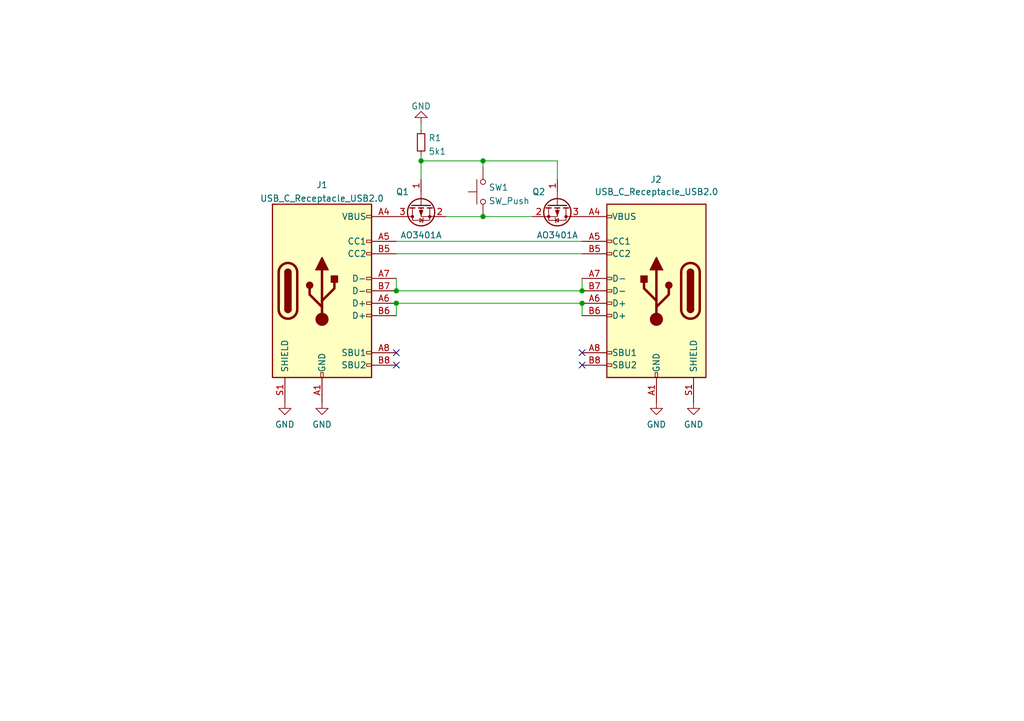
<source format=kicad_sch>
(kicad_sch (version 20211123) (generator eeschema)
  (paper "A5")
  (title_block (title "simple-dfu-tool") (date "2022-11-27") (rev "v1.1") (company "Jana Marie Hemsing"))
  (lib_symbols
    (symbol "Connector:USB_C_Receptacle_USB2.0" (pin_names (offset 1.016))
      (property "Reference" "J" (at -10.16 19.05 0))
      (property "Value" "USB_C_Receptacle_USB2.0" (at 19.05 19.05 0))
      (symbol "USB_C_Receptacle_USB2.0_0_0"
        (rectangle (start -0.254 -17.78) (end 0.254 -16.764))
        (rectangle (start 10.16 -14.986) (end 9.144 -15.494))
        (rectangle (start 10.16 -12.446) (end 9.144 -12.954))
        (rectangle (start 10.16 -4.826) (end 9.144 -5.334))
        (rectangle (start 10.16 -2.286) (end 9.144 -2.794))
        (rectangle (start 10.16 0.254) (end 9.144 -0.254))
        (rectangle (start 10.16 2.794) (end 9.144 2.286))
        (rectangle (start 10.16 7.874) (end 9.144 7.366))
        (rectangle (start 10.16 10.414) (end 9.144 9.906))
        (rectangle (start 10.16 15.494) (end 9.144 14.986))
      )
      (symbol "USB_C_Receptacle_USB2.0_0_1"
        (rectangle (start -10.16 17.78) (end 10.16 -17.78) (stroke (width 0.254)) (fill (type background)))
        (arc (start -8.89 -3.81) (mid -6.985 -5.715) (end -5.08 -3.81) (stroke (width 0.508)))
        (arc (start -7.62 -3.81) (mid -6.985 -4.445) (end -6.35 -3.81) (stroke (width 0.254)))
        (arc (start -7.62 -3.81) (mid -6.985 -4.445) (end -6.35 -3.81) (stroke (width 0.254)) (fill (type outline)))
        (rectangle (start -7.62 -3.81) (end -6.35 3.81) (stroke (width 0.254)) (fill (type outline)))
        (arc (start -6.35 3.81) (mid -6.985 4.445) (end -7.62 3.81) (stroke (width 0.254)))
        (arc (start -6.35 3.81) (mid -6.985 4.445) (end -7.62 3.81) (stroke (width 0.254)) (fill (type outline)))
        (arc (start -5.08 3.81) (mid -6.985 5.715) (end -8.89 3.81) (stroke (width 0.508)))
        (circle (center -2.54 1.143) (radius 0.635) (stroke (width 0.254)) (fill (type outline)))
        (circle (center 0 -5.842) (radius 1.27) (fill (type outline)))
        (polyline (pts (xy -8.89 -3.81) (xy -8.89 3.81)) (stroke (width 0.508)))
        (polyline (pts (xy -5.08 3.81) (xy -5.08 -3.81)) (stroke (width 0.508)))
        (polyline (pts (xy 0 -5.842) (xy 0 4.318)) (stroke (width 0.508)))
        (polyline (pts (xy 0 -3.302) (xy -2.54 -0.762) (xy -2.54 0.508)) (stroke (width 0.508)))
        (polyline (pts (xy 0 -2.032) (xy 2.54 0.508) (xy 2.54 1.778)) (stroke (width 0.508)))
        (polyline (pts (xy -1.27 4.318) (xy 0 6.858) (xy 1.27 4.318) (xy -1.27 4.318)) (stroke (width 0.254)) (fill (type outline)))
        (rectangle (start 1.905 1.778) (end 3.175 3.048) (stroke (width 0.254)) (fill (type outline)))
      )
      (symbol "USB_C_Receptacle_USB2.0_1_1"
        (pin power_in line (at 0 -22.86 90) (length 5.08) (name "GND") (number "A1"))
        (pin passive line (at 0 -22.86 90) (length 5.08) hide (name "GND") (number "A12"))
        (pin power_in line (at 15.24 15.24 180) (length 5.08) (name "VBUS") (number "A4"))
        (pin bidirectional line (at 15.24 10.16 180) (length 5.08) (name "CC1") (number "A5"))
        (pin bidirectional line (at 15.24 -2.54 180) (length 5.08) (name "D+") (number "A6"))
        (pin bidirectional line (at 15.24 2.54 180) (length 5.08) (name "D-") (number "A7"))
        (pin bidirectional line (at 15.24 -12.7 180) (length 5.08) (name "SBU1") (number "A8"))
        (pin passive line (at 15.24 15.24 180) (length 5.08) hide (name "VBUS") (number "A9"))
        (pin passive line (at 0 -22.86 90) (length 5.08) hide (name "GND") (number "B1"))
        (pin passive line (at 0 -22.86 90) (length 5.08) hide (name "GND") (number "B12"))
        (pin passive line (at 15.24 15.24 180) (length 5.08) hide (name "VBUS") (number "B4"))
        (pin bidirectional line (at 15.24 7.62 180) (length 5.08) (name "CC2") (number "B5"))
        (pin bidirectional line (at 15.24 -5.08 180) (length 5.08) (name "D+") (number "B6"))
        (pin bidirectional line (at 15.24 0 180) (length 5.08) (name "D-") (number "B7"))
        (pin bidirectional line (at 15.24 -15.24 180) (length 5.08) (name "SBU2") (number "B8"))
        (pin passive line (at 15.24 15.24 180) (length 5.08) hide (name "VBUS") (number "B9"))
        (pin passive line (at -7.62 -22.86 90) (length 5.08) (name "SHIELD") (number "S1"))
      )
    )
    (symbol "Device:R_Small" (pin_numbers hide) (pin_names (offset 0.254) hide)
      (property "Reference" "R" (at 0.762 0.508 0))
      (property "Value" "R_Small" (at 0.762 -1.016 0))
      (symbol "R_Small_0_1"
        (rectangle (start -0.762 1.778) (end 0.762 -1.778) (stroke (width 0.2032)))
      )
      (symbol "R_Small_1_1"
        (pin passive line (at 0 2.54 270) (length 0.762) (name "~") (number "1"))
        (pin passive line (at 0 -2.54 90) (length 0.762) (name "~") (number "2"))
      )
    )
    (symbol "Switch:SW_Push" (pin_numbers hide) (pin_names (offset 1.016) hide)
      (property "Reference" "SW" (at 1.27 2.54 0))
      (property "Value" "SW_Push" (at 0 -1.524 0))
      (symbol "SW_Push_0_1"
        (circle (center -2.032 0) (radius 0.508))
        (polyline (pts (xy 0 1.27) (xy 0 3.048)))
        (polyline (pts (xy 2.54 1.27) (xy -2.54 1.27)))
        (circle (center 2.032 0) (radius 0.508))
        (pin passive line (at -5.08 0 0) (length 2.54) (name "1") (number "1"))
        (pin passive line (at 5.08 0 180) (length 2.54) (name "2") (number "2"))
      )
    )
    (symbol "Transistor_FET:AO3401A" (pin_names hide)
      (property "Reference" "Q" (at 5.08 1.905 0))
      (property "Value" "AO3401A" (at 5.08 0 0))
      (symbol "AO3401A_0_1"
        (polyline (pts (xy 0.254 0) (xy -2.54 0)))
        (polyline (pts (xy 0.254 1.905) (xy 0.254 -1.905)) (stroke (width 0.254)))
        (polyline (pts (xy 0.762 -1.27) (xy 0.762 -2.286)) (stroke (width 0.254)))
        (polyline (pts (xy 0.762 0.508) (xy 0.762 -0.508)) (stroke (width 0.254)))
        (polyline (pts (xy 0.762 2.286) (xy 0.762 1.27)) (stroke (width 0.254)))
        (polyline (pts (xy 2.54 2.54) (xy 2.54 1.778)))
        (polyline (pts (xy 2.54 -2.54) (xy 2.54 0) (xy 0.762 0)))
        (polyline (pts (xy 0.762 1.778) (xy 3.302 1.778) (xy 3.302 -1.778) (xy 0.762 -1.778)))
        (polyline (pts (xy 2.286 0) (xy 1.27 0.381) (xy 1.27 -0.381) (xy 2.286 0)) (fill (type outline)))
        (polyline (pts (xy 2.794 -0.508) (xy 2.921 -0.381) (xy 3.683 -0.381) (xy 3.81 -0.254)))
        (polyline (pts (xy 3.302 -0.381) (xy 2.921 0.254) (xy 3.683 0.254) (xy 3.302 -0.381)))
        (circle (center 1.651 0) (radius 2.794) (stroke (width 0.254)))
        (circle (center 2.54 -1.778) (radius 0.254) (fill (type outline)))
        (circle (center 2.54 1.778) (radius 0.254) (fill (type outline)))
      )
      (symbol "AO3401A_1_1"
        (pin input line (at -5.08 0 0) (length 2.54) (name "G") (number "1"))
        (pin passive line (at 2.54 -5.08 90) (length 2.54) (name "S") (number "2"))
        (pin passive line (at 2.54 5.08 270) (length 2.54) (name "D") (number "3"))
      )
    )
    (symbol "otter:GND" (power) (pin_names (offset 0))
      (property "Value" "GND" (at 0 -3.81 0))
      (symbol "GND_0_1"
        (polyline (pts (xy 0 0) (xy 0 -1.27) (xy 1.27 -1.27) (xy 0 -2.54) (xy -1.27 -1.27) (xy 0 -1.27)))
      )
      (symbol "GND_1_1"
        (pin power_in line (at 0 0 270) (length 0) hide (name "GND") (number "1"))
      )
    )
  )
  (junction (at 81.28 59.69))
  (junction (at 81.28 62.23))
  (junction (at 86.36 33.02))
  (junction (at 119.38 59.69))
  (junction (at 99.06 33.02))
  (junction (at 99.06 44.45))
  (junction (at 119.38 62.23))
  (no_connect (at 119.38 72.39))
  (no_connect (at 119.38 74.93))
  (no_connect (at 81.28 72.39))
  (no_connect (at 81.28 74.93))
  (wire (pts (xy 99.06 44.45) (xy 109.22 44.45)))
  (wire (pts (xy 119.38 49.53) (xy 81.28 49.53)))
  (wire (pts (xy 114.3 33.02) (xy 114.3 36.83)))
  (wire (pts (xy 86.36 33.02) (xy 99.06 33.02)))
  (wire (pts (xy 86.36 25.4) (xy 86.36 26.67)))
  (wire (pts (xy 81.28 62.23) (xy 81.28 64.77)))
  (wire (pts (xy 91.44 44.45) (xy 99.06 44.45)))
  (wire (pts (xy 119.38 52.07) (xy 81.28 52.07)))
  (wire (pts (xy 86.36 31.75) (xy 86.36 33.02)))
  (wire (pts (xy 119.38 59.69) (xy 81.28 59.69)))
  (wire (pts (xy 119.38 62.23) (xy 119.38 64.77)))
  (wire (pts (xy 81.28 59.69) (xy 81.28 57.15)))
  (wire (pts (xy 99.06 34.29) (xy 99.06 33.02)))
  (wire (pts (xy 99.06 33.02) (xy 114.3 33.02)))
  (wire (pts (xy 86.36 36.83) (xy 86.36 33.02)))
  (wire (pts (xy 119.38 59.69) (xy 119.38 57.15)))
  (wire (pts (xy 119.38 62.23) (xy 81.28 62.23)))
  (symbol (lib_id "Transistor_FET:AO3401A") (at 114.3 41.91 270) (unit 1)
    (property "Reference" "Q2" (at 110.49 39.37 90))
    (property "Value" "AO3401A" (at 114.3 48.26 90))
    (property "Footprint" "Package_TO_SOT_SMD:SOT-23" (effects hide))
    (property "Datasheet" "http://www.aosmd.com/pdfs/datasheet/AO3401A.pdf" (effects hide))
  )
  (symbol (lib_id "otter:GND") (at 142.24 82.55 0) (unit 1)
    (property "Reference" "#PWR0103" (effects hide))
    (property "Value" "GND" (at 142.24 87.1125 0))
  )
  (symbol (lib_id "Connector:USB_C_Receptacle_USB2.0") (at 66.04 59.69 0) (unit 1)
    (property "Reference" "J1" (at 66.04 37.9435 0))
    (property "Value" "USB_C_Receptacle_USB2.0" (at 66.04 40.7186 0))
    (property "Footprint" "otter:USB-C 16Pin" (effects hide))
    (property "Datasheet" "https://www.usb.org/sites/default/files/documents/usb_type-c.zip" (effects hide))
  )
  (symbol (lib_id "otter:GND") (at 66.04 82.55 0) (unit 1)
    (property "Reference" "#PWR0101" (effects hide))
    (property "Value" "GND" (at 66.04 87.1125 0))
  )
  (symbol (lib_id "Connector:USB_C_Receptacle_USB2.0") (at 134.62 59.69 0) (mirror y) (unit 1)
    (property "Reference" "J2" (at 133.35 36.83 0) (effects (justify right)))
    (property "Value" "USB_C_Receptacle_USB2.0" (at 121.92 39.37 0) (effects (justify right)))
    (property "Footprint" "otter:USB-C 16Pin" (effects hide))
    (property "Datasheet" "https://www.usb.org/sites/default/files/documents/usb_type-c.zip" (effects hide))
  )
  (symbol (lib_id "Switch:SW_Push") (at 99.06 39.37 90) (unit 1)
    (property "Reference" "SW1" (at 100.203 38.4615 90) (effects (justify right)))
    (property "Value" "SW_Push" (at 100.203 41.2366 90) (effects (justify right)))
    (property "Footprint" "otter:PTS810_LL" (effects hide))
  )
  (symbol (lib_id "Device:R_Small") (at 86.36 29.21 0) (unit 1)
    (property "Reference" "R1" (at 87.8586 28.3015 0) (effects (justify left)))
    (property "Value" "5k1" (at 87.8586 31.0766 0) (effects (justify left)))
    (property "Footprint" "otter:R_0402" (effects hide))
  )
  (symbol (lib_id "Transistor_FET:AO3401A") (at 86.36 41.91 90) (mirror x) (unit 1)
    (property "Reference" "Q1" (at 82.55 39.37 90))
    (property "Value" "AO3401A" (at 86.36 48.26 90))
    (property "Footprint" "Package_TO_SOT_SMD:SOT-23" (effects hide))
    (property "Datasheet" "http://www.aosmd.com/pdfs/datasheet/AO3401A.pdf" (effects hide))
  )
  (symbol (lib_id "otter:GND") (at 134.62 82.55 0) (unit 1)
    (property "Reference" "#PWR0104" (effects hide))
    (property "Value" "GND" (at 134.62 87.1125 0))
  )
  (symbol (lib_id "otter:GND") (at 58.42 82.55 0) (unit 1)
    (property "Reference" "#PWR0102" (effects hide))
    (property "Value" "GND" (at 58.42 87.1125 0))
  )
  (symbol (lib_id "otter:GND") (at 86.36 25.4 180) (unit 1)
    (property "Reference" "#PWR0105" (effects hide))
    (property "Value" "GND" (at 86.36 21.7955 0))
  )
)
</source>
